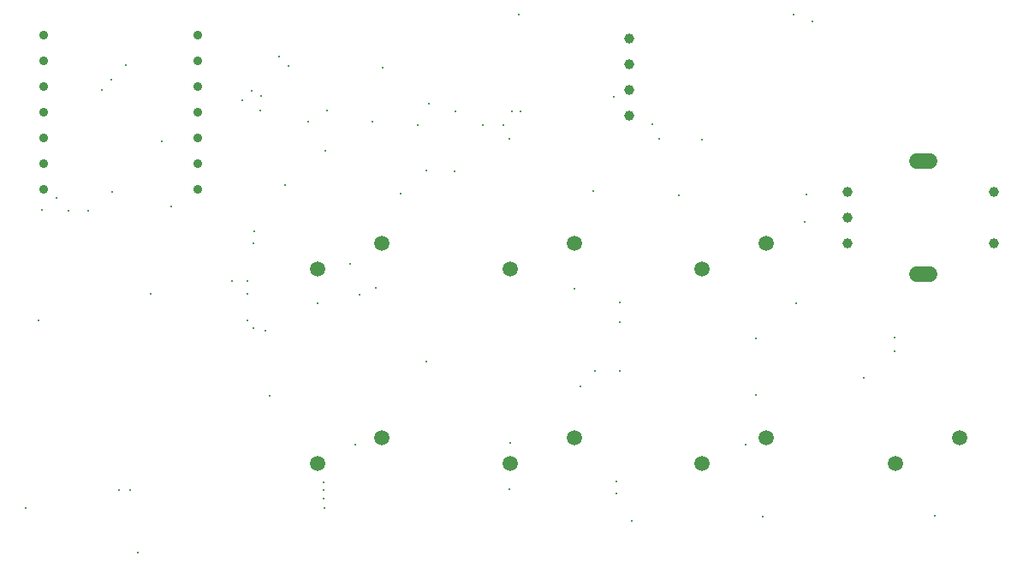
<source format=gbr>
%TF.GenerationSoftware,KiCad,Pcbnew,9.0.6*%
%TF.CreationDate,2025-12-23T12:33:08-05:00*%
%TF.ProjectId,astrapad,61737472-6170-4616-942e-6b696361645f,rev?*%
%TF.SameCoordinates,Original*%
%TF.FileFunction,Plated,1,2,PTH,Mixed*%
%TF.FilePolarity,Positive*%
%FSLAX46Y46*%
G04 Gerber Fmt 4.6, Leading zero omitted, Abs format (unit mm)*
G04 Created by KiCad (PCBNEW 9.0.6) date 2025-12-23 12:33:08*
%MOMM*%
%LPD*%
G01*
G04 APERTURE LIST*
%TA.AperFunction,ViaDrill*%
%ADD10C,0.300000*%
%TD*%
%TA.AperFunction,ComponentDrill*%
%ADD11C,0.889000*%
%TD*%
%TA.AperFunction,ComponentDrill*%
%ADD12C,1.000000*%
%TD*%
%TA.AperFunction,ComponentDrill*%
%ADD13C,1.500000*%
%TD*%
G04 aperture for slot hole*
%TA.AperFunction,ComponentDrill*%
%ADD14C,1.500000*%
%TD*%
G04 APERTURE END LIST*
D10*
X800000Y-49558193D03*
X2071810Y-30980000D03*
X2360000Y-20063267D03*
X3800000Y-18850000D03*
X5000000Y-20160000D03*
X6970000Y-20160000D03*
X8275000Y-8205000D03*
X9270000Y-7240000D03*
X9371810Y-18263267D03*
X9990000Y-47771003D03*
X10650000Y-5780000D03*
X11090000Y-47771003D03*
X11830000Y-53980000D03*
X13180000Y-28380000D03*
X14271810Y-13263267D03*
X15170000Y-19780000D03*
X21210000Y-27110000D03*
X22170000Y-9220000D03*
X22671810Y-27120000D03*
X22671810Y-28360000D03*
X22671810Y-30995510D03*
X23104265Y-8285735D03*
X23271810Y-31763267D03*
X23310000Y-23420000D03*
X23380000Y-22170000D03*
X23980000Y-10230000D03*
X24023521Y-8821580D03*
X24510000Y-32010000D03*
X24871810Y-38463267D03*
X25870000Y-4880000D03*
X26460000Y-17610000D03*
X26800000Y-5830000D03*
X28690000Y-11360000D03*
X29610000Y-29300000D03*
X30260000Y-46970000D03*
X30260000Y-47770003D03*
X30260000Y-48570006D03*
X30330000Y-49560000D03*
X30380000Y-14200000D03*
X30620000Y-10240000D03*
X32860000Y-25400000D03*
X33350000Y-43270000D03*
X33820000Y-28420000D03*
X35060000Y-11360000D03*
X35410000Y-27770000D03*
X36070000Y-6060000D03*
X37890000Y-18460000D03*
X39540000Y-11670000D03*
X40430000Y-16190000D03*
X40430000Y-35050000D03*
X40690000Y-9560000D03*
X43230000Y-16250000D03*
X43248477Y-10350000D03*
X46030000Y-11670000D03*
X48060000Y-11670000D03*
X48600000Y-47700000D03*
X48650000Y-13040000D03*
X48660000Y-43070000D03*
X48880000Y-10370000D03*
X49522727Y-800000D03*
X49730000Y-10330000D03*
X55010000Y-27880000D03*
X55610000Y-37490000D03*
X56930000Y-18240000D03*
X57120000Y-35980000D03*
X58933235Y-8903235D03*
X59220000Y-48140000D03*
X59230000Y-46930000D03*
X59510000Y-29230000D03*
X59540000Y-31180000D03*
X59540000Y-36010000D03*
X60760000Y-50780000D03*
X62790000Y-11590000D03*
X63410000Y-13070000D03*
X65340000Y-18610000D03*
X67630000Y-13110000D03*
X71950000Y-43280000D03*
X73010000Y-38390000D03*
X73020000Y-32770000D03*
X73640000Y-50370000D03*
X76690000Y-800000D03*
X77020000Y-29300000D03*
X77810000Y-21280000D03*
X78010000Y-18520000D03*
X78620000Y-1430000D03*
X83670000Y-36630000D03*
X86680000Y-32680000D03*
X86690000Y-34040000D03*
X90670000Y-50320000D03*
D11*
%TO.C,U1*%
X2551810Y-2843267D03*
X2551810Y-5383267D03*
X2551810Y-7923267D03*
X2551810Y-10463267D03*
X2551810Y-13003267D03*
X2551810Y-15543267D03*
X2551810Y-18083267D03*
X17791810Y-2843267D03*
X17791810Y-5383267D03*
X17791810Y-7923267D03*
X17791810Y-10463267D03*
X17791810Y-13003267D03*
X17791810Y-15543267D03*
X17791810Y-18083267D03*
D12*
%TO.C,J1*%
X60476750Y-3128250D03*
X60476750Y-5668250D03*
X60476750Y-8208250D03*
X60476750Y-10748250D03*
%TO.C,SW13*%
X82050000Y-18340000D03*
X82050000Y-20840000D03*
X82050000Y-23340000D03*
X96550000Y-18340000D03*
X96550000Y-23340000D03*
D13*
%TO.C,SW1*%
X29660000Y-25920000D03*
%TO.C,SW5*%
X29660000Y-45120000D03*
%TO.C,SW1*%
X36010000Y-23380000D03*
%TO.C,SW5*%
X36010000Y-42580000D03*
%TO.C,SW2*%
X48670000Y-25920000D03*
%TO.C,SW6*%
X48670000Y-45120000D03*
%TO.C,SW2*%
X55020000Y-23380000D03*
%TO.C,SW6*%
X55020000Y-42580000D03*
%TO.C,SW3*%
X67670000Y-25920000D03*
%TO.C,SW7*%
X67670000Y-45120000D03*
%TO.C,SW3*%
X74020000Y-23380000D03*
%TO.C,SW7*%
X74020000Y-42580000D03*
%TO.C,SW8*%
X86760000Y-45120000D03*
D14*
%TO.C,SW13*%
X90200000Y-15240000D02*
X88900000Y-15240000D01*
X90200000Y-26440000D02*
X88900000Y-26440000D01*
D13*
%TO.C,SW8*%
X93110000Y-42580000D03*
M02*

</source>
